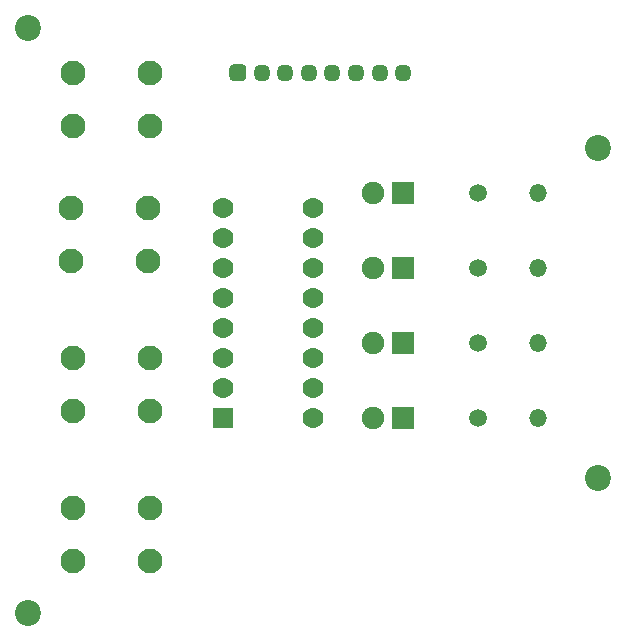
<source format=gbr>
%TF.GenerationSoftware,KiCad,Pcbnew,(5.1.6-0-10_14)*%
%TF.CreationDate,2020-06-28T20:47:41+01:00*%
%TF.ProjectId,mux-control,6d75782d-636f-46e7-9472-6f6c2e6b6963,rev?*%
%TF.SameCoordinates,Original*%
%TF.FileFunction,Soldermask,Bot*%
%TF.FilePolarity,Negative*%
%FSLAX46Y46*%
G04 Gerber Fmt 4.6, Leading zero omitted, Abs format (unit mm)*
G04 Created by KiCad (PCBNEW (5.1.6-0-10_14)) date 2020-06-28 20:47:41*
%MOMM*%
%LPD*%
G01*
G04 APERTURE LIST*
%ADD10C,2.200000*%
%ADD11C,2.100000*%
%ADD12O,1.450000X1.450000*%
%ADD13C,1.900000*%
%ADD14R,1.900000X1.900000*%
%ADD15O,1.500000X1.500000*%
%ADD16C,1.500000*%
%ADD17C,1.776400*%
%ADD18R,1.776400X1.776400*%
G04 APERTURE END LIST*
D10*
%TO.C,MO3*%
X170180000Y-72390000D03*
%TD*%
%TO.C,MO4*%
X170180000Y-100330000D03*
%TD*%
%TO.C,MO2*%
X121920000Y-111760000D03*
%TD*%
D11*
%TO.C,SW1*%
X132230000Y-66040000D03*
X132230000Y-70540000D03*
X125730000Y-66040000D03*
X125730000Y-70540000D03*
%TD*%
%TO.C,SW4*%
X132230000Y-102870000D03*
X132230000Y-107370000D03*
X125730000Y-102870000D03*
X125730000Y-107370000D03*
%TD*%
D12*
%TO.C,J1*%
X153700000Y-66040000D03*
X151700000Y-66040000D03*
X149700000Y-66040000D03*
X147700000Y-66040000D03*
X145700000Y-66040000D03*
X143700000Y-66040000D03*
X141700000Y-66040000D03*
G36*
G01*
X140062500Y-66765000D02*
X139337500Y-66765000D01*
G75*
G02*
X138975000Y-66402500I0J362500D01*
G01*
X138975000Y-65677500D01*
G75*
G02*
X139337500Y-65315000I362500J0D01*
G01*
X140062500Y-65315000D01*
G75*
G02*
X140425000Y-65677500I0J-362500D01*
G01*
X140425000Y-66402500D01*
G75*
G02*
X140062500Y-66765000I-362500J0D01*
G01*
G37*
%TD*%
D13*
%TO.C,D1*%
X151130000Y-76200000D03*
D14*
X153670000Y-76200000D03*
%TD*%
D13*
%TO.C,D2*%
X151130000Y-82550000D03*
D14*
X153670000Y-82550000D03*
%TD*%
D13*
%TO.C,D3*%
X151130000Y-88900000D03*
D14*
X153670000Y-88900000D03*
%TD*%
D13*
%TO.C,D4*%
X151130000Y-95250000D03*
D14*
X153670000Y-95250000D03*
%TD*%
D15*
%TO.C,R1*%
X165100000Y-76200000D03*
D16*
X160020000Y-76200000D03*
%TD*%
D15*
%TO.C,R2*%
X165100000Y-82550000D03*
D16*
X160020000Y-82550000D03*
%TD*%
D15*
%TO.C,R3*%
X165100000Y-88900000D03*
D16*
X160020000Y-88900000D03*
%TD*%
D15*
%TO.C,R4*%
X165100000Y-95250000D03*
D16*
X160020000Y-95250000D03*
%TD*%
D11*
%TO.C,SW2*%
X132080000Y-77470000D03*
X132080000Y-81970000D03*
X125580000Y-77470000D03*
X125580000Y-81970000D03*
%TD*%
%TO.C,SW3*%
X132230000Y-90170000D03*
X132230000Y-94670000D03*
X125730000Y-90170000D03*
X125730000Y-94670000D03*
%TD*%
D17*
%TO.C,U1*%
X146050000Y-77470000D03*
X146050000Y-80010000D03*
X146050000Y-82550000D03*
X146050000Y-85090000D03*
X146050000Y-87630000D03*
X146050000Y-90170000D03*
X146050000Y-92710000D03*
X146050000Y-95250000D03*
D18*
X138430000Y-95250000D03*
D17*
X138430000Y-92710000D03*
X138430000Y-90170000D03*
X138430000Y-87630000D03*
X138430000Y-85090000D03*
X138430000Y-82550000D03*
X138430000Y-80010000D03*
X138430000Y-77470000D03*
%TD*%
D10*
%TO.C,MO1*%
X121920000Y-62230000D03*
%TD*%
M02*

</source>
